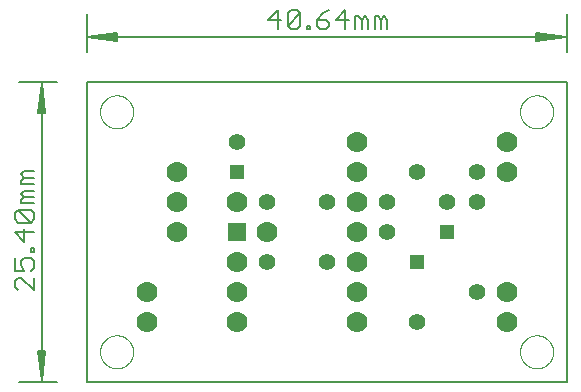
<source format=gtl>
G75*
%MOIN*%
%OFA0B0*%
%FSLAX25Y25*%
%IPPOS*%
%LPD*%
%AMOC8*
5,1,8,0,0,1.08239X$1,22.5*
%
%ADD10C,0.00000*%
%ADD11C,0.00500*%
%ADD12C,0.00512*%
%ADD13C,0.00600*%
%ADD14C,0.07000*%
%ADD15C,0.05543*%
%ADD16R,0.04756X0.04756*%
%ADD17R,0.06300X0.06300*%
%ADD18R,0.05150X0.05150*%
D10*
X0032083Y0016000D02*
X0032085Y0016148D01*
X0032091Y0016296D01*
X0032101Y0016444D01*
X0032115Y0016591D01*
X0032133Y0016738D01*
X0032154Y0016884D01*
X0032180Y0017030D01*
X0032210Y0017175D01*
X0032243Y0017319D01*
X0032281Y0017462D01*
X0032322Y0017604D01*
X0032367Y0017745D01*
X0032415Y0017885D01*
X0032468Y0018024D01*
X0032524Y0018161D01*
X0032584Y0018296D01*
X0032647Y0018430D01*
X0032714Y0018562D01*
X0032785Y0018692D01*
X0032859Y0018820D01*
X0032936Y0018946D01*
X0033017Y0019070D01*
X0033101Y0019192D01*
X0033188Y0019311D01*
X0033279Y0019428D01*
X0033373Y0019543D01*
X0033469Y0019655D01*
X0033569Y0019765D01*
X0033671Y0019871D01*
X0033777Y0019975D01*
X0033885Y0020076D01*
X0033996Y0020174D01*
X0034109Y0020270D01*
X0034225Y0020362D01*
X0034343Y0020451D01*
X0034464Y0020536D01*
X0034587Y0020619D01*
X0034712Y0020698D01*
X0034839Y0020774D01*
X0034968Y0020846D01*
X0035099Y0020915D01*
X0035232Y0020980D01*
X0035367Y0021041D01*
X0035503Y0021099D01*
X0035640Y0021154D01*
X0035779Y0021204D01*
X0035920Y0021251D01*
X0036061Y0021294D01*
X0036204Y0021334D01*
X0036348Y0021369D01*
X0036492Y0021401D01*
X0036638Y0021428D01*
X0036784Y0021452D01*
X0036931Y0021472D01*
X0037078Y0021488D01*
X0037225Y0021500D01*
X0037373Y0021508D01*
X0037521Y0021512D01*
X0037669Y0021512D01*
X0037817Y0021508D01*
X0037965Y0021500D01*
X0038112Y0021488D01*
X0038259Y0021472D01*
X0038406Y0021452D01*
X0038552Y0021428D01*
X0038698Y0021401D01*
X0038842Y0021369D01*
X0038986Y0021334D01*
X0039129Y0021294D01*
X0039270Y0021251D01*
X0039411Y0021204D01*
X0039550Y0021154D01*
X0039687Y0021099D01*
X0039823Y0021041D01*
X0039958Y0020980D01*
X0040091Y0020915D01*
X0040222Y0020846D01*
X0040351Y0020774D01*
X0040478Y0020698D01*
X0040603Y0020619D01*
X0040726Y0020536D01*
X0040847Y0020451D01*
X0040965Y0020362D01*
X0041081Y0020270D01*
X0041194Y0020174D01*
X0041305Y0020076D01*
X0041413Y0019975D01*
X0041519Y0019871D01*
X0041621Y0019765D01*
X0041721Y0019655D01*
X0041817Y0019543D01*
X0041911Y0019428D01*
X0042002Y0019311D01*
X0042089Y0019192D01*
X0042173Y0019070D01*
X0042254Y0018946D01*
X0042331Y0018820D01*
X0042405Y0018692D01*
X0042476Y0018562D01*
X0042543Y0018430D01*
X0042606Y0018296D01*
X0042666Y0018161D01*
X0042722Y0018024D01*
X0042775Y0017885D01*
X0042823Y0017745D01*
X0042868Y0017604D01*
X0042909Y0017462D01*
X0042947Y0017319D01*
X0042980Y0017175D01*
X0043010Y0017030D01*
X0043036Y0016884D01*
X0043057Y0016738D01*
X0043075Y0016591D01*
X0043089Y0016444D01*
X0043099Y0016296D01*
X0043105Y0016148D01*
X0043107Y0016000D01*
X0043105Y0015852D01*
X0043099Y0015704D01*
X0043089Y0015556D01*
X0043075Y0015409D01*
X0043057Y0015262D01*
X0043036Y0015116D01*
X0043010Y0014970D01*
X0042980Y0014825D01*
X0042947Y0014681D01*
X0042909Y0014538D01*
X0042868Y0014396D01*
X0042823Y0014255D01*
X0042775Y0014115D01*
X0042722Y0013976D01*
X0042666Y0013839D01*
X0042606Y0013704D01*
X0042543Y0013570D01*
X0042476Y0013438D01*
X0042405Y0013308D01*
X0042331Y0013180D01*
X0042254Y0013054D01*
X0042173Y0012930D01*
X0042089Y0012808D01*
X0042002Y0012689D01*
X0041911Y0012572D01*
X0041817Y0012457D01*
X0041721Y0012345D01*
X0041621Y0012235D01*
X0041519Y0012129D01*
X0041413Y0012025D01*
X0041305Y0011924D01*
X0041194Y0011826D01*
X0041081Y0011730D01*
X0040965Y0011638D01*
X0040847Y0011549D01*
X0040726Y0011464D01*
X0040603Y0011381D01*
X0040478Y0011302D01*
X0040351Y0011226D01*
X0040222Y0011154D01*
X0040091Y0011085D01*
X0039958Y0011020D01*
X0039823Y0010959D01*
X0039687Y0010901D01*
X0039550Y0010846D01*
X0039411Y0010796D01*
X0039270Y0010749D01*
X0039129Y0010706D01*
X0038986Y0010666D01*
X0038842Y0010631D01*
X0038698Y0010599D01*
X0038552Y0010572D01*
X0038406Y0010548D01*
X0038259Y0010528D01*
X0038112Y0010512D01*
X0037965Y0010500D01*
X0037817Y0010492D01*
X0037669Y0010488D01*
X0037521Y0010488D01*
X0037373Y0010492D01*
X0037225Y0010500D01*
X0037078Y0010512D01*
X0036931Y0010528D01*
X0036784Y0010548D01*
X0036638Y0010572D01*
X0036492Y0010599D01*
X0036348Y0010631D01*
X0036204Y0010666D01*
X0036061Y0010706D01*
X0035920Y0010749D01*
X0035779Y0010796D01*
X0035640Y0010846D01*
X0035503Y0010901D01*
X0035367Y0010959D01*
X0035232Y0011020D01*
X0035099Y0011085D01*
X0034968Y0011154D01*
X0034839Y0011226D01*
X0034712Y0011302D01*
X0034587Y0011381D01*
X0034464Y0011464D01*
X0034343Y0011549D01*
X0034225Y0011638D01*
X0034109Y0011730D01*
X0033996Y0011826D01*
X0033885Y0011924D01*
X0033777Y0012025D01*
X0033671Y0012129D01*
X0033569Y0012235D01*
X0033469Y0012345D01*
X0033373Y0012457D01*
X0033279Y0012572D01*
X0033188Y0012689D01*
X0033101Y0012808D01*
X0033017Y0012930D01*
X0032936Y0013054D01*
X0032859Y0013180D01*
X0032785Y0013308D01*
X0032714Y0013438D01*
X0032647Y0013570D01*
X0032584Y0013704D01*
X0032524Y0013839D01*
X0032468Y0013976D01*
X0032415Y0014115D01*
X0032367Y0014255D01*
X0032322Y0014396D01*
X0032281Y0014538D01*
X0032243Y0014681D01*
X0032210Y0014825D01*
X0032180Y0014970D01*
X0032154Y0015116D01*
X0032133Y0015262D01*
X0032115Y0015409D01*
X0032101Y0015556D01*
X0032091Y0015704D01*
X0032085Y0015852D01*
X0032083Y0016000D01*
X0032083Y0096000D02*
X0032085Y0096148D01*
X0032091Y0096296D01*
X0032101Y0096444D01*
X0032115Y0096591D01*
X0032133Y0096738D01*
X0032154Y0096884D01*
X0032180Y0097030D01*
X0032210Y0097175D01*
X0032243Y0097319D01*
X0032281Y0097462D01*
X0032322Y0097604D01*
X0032367Y0097745D01*
X0032415Y0097885D01*
X0032468Y0098024D01*
X0032524Y0098161D01*
X0032584Y0098296D01*
X0032647Y0098430D01*
X0032714Y0098562D01*
X0032785Y0098692D01*
X0032859Y0098820D01*
X0032936Y0098946D01*
X0033017Y0099070D01*
X0033101Y0099192D01*
X0033188Y0099311D01*
X0033279Y0099428D01*
X0033373Y0099543D01*
X0033469Y0099655D01*
X0033569Y0099765D01*
X0033671Y0099871D01*
X0033777Y0099975D01*
X0033885Y0100076D01*
X0033996Y0100174D01*
X0034109Y0100270D01*
X0034225Y0100362D01*
X0034343Y0100451D01*
X0034464Y0100536D01*
X0034587Y0100619D01*
X0034712Y0100698D01*
X0034839Y0100774D01*
X0034968Y0100846D01*
X0035099Y0100915D01*
X0035232Y0100980D01*
X0035367Y0101041D01*
X0035503Y0101099D01*
X0035640Y0101154D01*
X0035779Y0101204D01*
X0035920Y0101251D01*
X0036061Y0101294D01*
X0036204Y0101334D01*
X0036348Y0101369D01*
X0036492Y0101401D01*
X0036638Y0101428D01*
X0036784Y0101452D01*
X0036931Y0101472D01*
X0037078Y0101488D01*
X0037225Y0101500D01*
X0037373Y0101508D01*
X0037521Y0101512D01*
X0037669Y0101512D01*
X0037817Y0101508D01*
X0037965Y0101500D01*
X0038112Y0101488D01*
X0038259Y0101472D01*
X0038406Y0101452D01*
X0038552Y0101428D01*
X0038698Y0101401D01*
X0038842Y0101369D01*
X0038986Y0101334D01*
X0039129Y0101294D01*
X0039270Y0101251D01*
X0039411Y0101204D01*
X0039550Y0101154D01*
X0039687Y0101099D01*
X0039823Y0101041D01*
X0039958Y0100980D01*
X0040091Y0100915D01*
X0040222Y0100846D01*
X0040351Y0100774D01*
X0040478Y0100698D01*
X0040603Y0100619D01*
X0040726Y0100536D01*
X0040847Y0100451D01*
X0040965Y0100362D01*
X0041081Y0100270D01*
X0041194Y0100174D01*
X0041305Y0100076D01*
X0041413Y0099975D01*
X0041519Y0099871D01*
X0041621Y0099765D01*
X0041721Y0099655D01*
X0041817Y0099543D01*
X0041911Y0099428D01*
X0042002Y0099311D01*
X0042089Y0099192D01*
X0042173Y0099070D01*
X0042254Y0098946D01*
X0042331Y0098820D01*
X0042405Y0098692D01*
X0042476Y0098562D01*
X0042543Y0098430D01*
X0042606Y0098296D01*
X0042666Y0098161D01*
X0042722Y0098024D01*
X0042775Y0097885D01*
X0042823Y0097745D01*
X0042868Y0097604D01*
X0042909Y0097462D01*
X0042947Y0097319D01*
X0042980Y0097175D01*
X0043010Y0097030D01*
X0043036Y0096884D01*
X0043057Y0096738D01*
X0043075Y0096591D01*
X0043089Y0096444D01*
X0043099Y0096296D01*
X0043105Y0096148D01*
X0043107Y0096000D01*
X0043105Y0095852D01*
X0043099Y0095704D01*
X0043089Y0095556D01*
X0043075Y0095409D01*
X0043057Y0095262D01*
X0043036Y0095116D01*
X0043010Y0094970D01*
X0042980Y0094825D01*
X0042947Y0094681D01*
X0042909Y0094538D01*
X0042868Y0094396D01*
X0042823Y0094255D01*
X0042775Y0094115D01*
X0042722Y0093976D01*
X0042666Y0093839D01*
X0042606Y0093704D01*
X0042543Y0093570D01*
X0042476Y0093438D01*
X0042405Y0093308D01*
X0042331Y0093180D01*
X0042254Y0093054D01*
X0042173Y0092930D01*
X0042089Y0092808D01*
X0042002Y0092689D01*
X0041911Y0092572D01*
X0041817Y0092457D01*
X0041721Y0092345D01*
X0041621Y0092235D01*
X0041519Y0092129D01*
X0041413Y0092025D01*
X0041305Y0091924D01*
X0041194Y0091826D01*
X0041081Y0091730D01*
X0040965Y0091638D01*
X0040847Y0091549D01*
X0040726Y0091464D01*
X0040603Y0091381D01*
X0040478Y0091302D01*
X0040351Y0091226D01*
X0040222Y0091154D01*
X0040091Y0091085D01*
X0039958Y0091020D01*
X0039823Y0090959D01*
X0039687Y0090901D01*
X0039550Y0090846D01*
X0039411Y0090796D01*
X0039270Y0090749D01*
X0039129Y0090706D01*
X0038986Y0090666D01*
X0038842Y0090631D01*
X0038698Y0090599D01*
X0038552Y0090572D01*
X0038406Y0090548D01*
X0038259Y0090528D01*
X0038112Y0090512D01*
X0037965Y0090500D01*
X0037817Y0090492D01*
X0037669Y0090488D01*
X0037521Y0090488D01*
X0037373Y0090492D01*
X0037225Y0090500D01*
X0037078Y0090512D01*
X0036931Y0090528D01*
X0036784Y0090548D01*
X0036638Y0090572D01*
X0036492Y0090599D01*
X0036348Y0090631D01*
X0036204Y0090666D01*
X0036061Y0090706D01*
X0035920Y0090749D01*
X0035779Y0090796D01*
X0035640Y0090846D01*
X0035503Y0090901D01*
X0035367Y0090959D01*
X0035232Y0091020D01*
X0035099Y0091085D01*
X0034968Y0091154D01*
X0034839Y0091226D01*
X0034712Y0091302D01*
X0034587Y0091381D01*
X0034464Y0091464D01*
X0034343Y0091549D01*
X0034225Y0091638D01*
X0034109Y0091730D01*
X0033996Y0091826D01*
X0033885Y0091924D01*
X0033777Y0092025D01*
X0033671Y0092129D01*
X0033569Y0092235D01*
X0033469Y0092345D01*
X0033373Y0092457D01*
X0033279Y0092572D01*
X0033188Y0092689D01*
X0033101Y0092808D01*
X0033017Y0092930D01*
X0032936Y0093054D01*
X0032859Y0093180D01*
X0032785Y0093308D01*
X0032714Y0093438D01*
X0032647Y0093570D01*
X0032584Y0093704D01*
X0032524Y0093839D01*
X0032468Y0093976D01*
X0032415Y0094115D01*
X0032367Y0094255D01*
X0032322Y0094396D01*
X0032281Y0094538D01*
X0032243Y0094681D01*
X0032210Y0094825D01*
X0032180Y0094970D01*
X0032154Y0095116D01*
X0032133Y0095262D01*
X0032115Y0095409D01*
X0032101Y0095556D01*
X0032091Y0095704D01*
X0032085Y0095852D01*
X0032083Y0096000D01*
X0172083Y0096000D02*
X0172085Y0096148D01*
X0172091Y0096296D01*
X0172101Y0096444D01*
X0172115Y0096591D01*
X0172133Y0096738D01*
X0172154Y0096884D01*
X0172180Y0097030D01*
X0172210Y0097175D01*
X0172243Y0097319D01*
X0172281Y0097462D01*
X0172322Y0097604D01*
X0172367Y0097745D01*
X0172415Y0097885D01*
X0172468Y0098024D01*
X0172524Y0098161D01*
X0172584Y0098296D01*
X0172647Y0098430D01*
X0172714Y0098562D01*
X0172785Y0098692D01*
X0172859Y0098820D01*
X0172936Y0098946D01*
X0173017Y0099070D01*
X0173101Y0099192D01*
X0173188Y0099311D01*
X0173279Y0099428D01*
X0173373Y0099543D01*
X0173469Y0099655D01*
X0173569Y0099765D01*
X0173671Y0099871D01*
X0173777Y0099975D01*
X0173885Y0100076D01*
X0173996Y0100174D01*
X0174109Y0100270D01*
X0174225Y0100362D01*
X0174343Y0100451D01*
X0174464Y0100536D01*
X0174587Y0100619D01*
X0174712Y0100698D01*
X0174839Y0100774D01*
X0174968Y0100846D01*
X0175099Y0100915D01*
X0175232Y0100980D01*
X0175367Y0101041D01*
X0175503Y0101099D01*
X0175640Y0101154D01*
X0175779Y0101204D01*
X0175920Y0101251D01*
X0176061Y0101294D01*
X0176204Y0101334D01*
X0176348Y0101369D01*
X0176492Y0101401D01*
X0176638Y0101428D01*
X0176784Y0101452D01*
X0176931Y0101472D01*
X0177078Y0101488D01*
X0177225Y0101500D01*
X0177373Y0101508D01*
X0177521Y0101512D01*
X0177669Y0101512D01*
X0177817Y0101508D01*
X0177965Y0101500D01*
X0178112Y0101488D01*
X0178259Y0101472D01*
X0178406Y0101452D01*
X0178552Y0101428D01*
X0178698Y0101401D01*
X0178842Y0101369D01*
X0178986Y0101334D01*
X0179129Y0101294D01*
X0179270Y0101251D01*
X0179411Y0101204D01*
X0179550Y0101154D01*
X0179687Y0101099D01*
X0179823Y0101041D01*
X0179958Y0100980D01*
X0180091Y0100915D01*
X0180222Y0100846D01*
X0180351Y0100774D01*
X0180478Y0100698D01*
X0180603Y0100619D01*
X0180726Y0100536D01*
X0180847Y0100451D01*
X0180965Y0100362D01*
X0181081Y0100270D01*
X0181194Y0100174D01*
X0181305Y0100076D01*
X0181413Y0099975D01*
X0181519Y0099871D01*
X0181621Y0099765D01*
X0181721Y0099655D01*
X0181817Y0099543D01*
X0181911Y0099428D01*
X0182002Y0099311D01*
X0182089Y0099192D01*
X0182173Y0099070D01*
X0182254Y0098946D01*
X0182331Y0098820D01*
X0182405Y0098692D01*
X0182476Y0098562D01*
X0182543Y0098430D01*
X0182606Y0098296D01*
X0182666Y0098161D01*
X0182722Y0098024D01*
X0182775Y0097885D01*
X0182823Y0097745D01*
X0182868Y0097604D01*
X0182909Y0097462D01*
X0182947Y0097319D01*
X0182980Y0097175D01*
X0183010Y0097030D01*
X0183036Y0096884D01*
X0183057Y0096738D01*
X0183075Y0096591D01*
X0183089Y0096444D01*
X0183099Y0096296D01*
X0183105Y0096148D01*
X0183107Y0096000D01*
X0183105Y0095852D01*
X0183099Y0095704D01*
X0183089Y0095556D01*
X0183075Y0095409D01*
X0183057Y0095262D01*
X0183036Y0095116D01*
X0183010Y0094970D01*
X0182980Y0094825D01*
X0182947Y0094681D01*
X0182909Y0094538D01*
X0182868Y0094396D01*
X0182823Y0094255D01*
X0182775Y0094115D01*
X0182722Y0093976D01*
X0182666Y0093839D01*
X0182606Y0093704D01*
X0182543Y0093570D01*
X0182476Y0093438D01*
X0182405Y0093308D01*
X0182331Y0093180D01*
X0182254Y0093054D01*
X0182173Y0092930D01*
X0182089Y0092808D01*
X0182002Y0092689D01*
X0181911Y0092572D01*
X0181817Y0092457D01*
X0181721Y0092345D01*
X0181621Y0092235D01*
X0181519Y0092129D01*
X0181413Y0092025D01*
X0181305Y0091924D01*
X0181194Y0091826D01*
X0181081Y0091730D01*
X0180965Y0091638D01*
X0180847Y0091549D01*
X0180726Y0091464D01*
X0180603Y0091381D01*
X0180478Y0091302D01*
X0180351Y0091226D01*
X0180222Y0091154D01*
X0180091Y0091085D01*
X0179958Y0091020D01*
X0179823Y0090959D01*
X0179687Y0090901D01*
X0179550Y0090846D01*
X0179411Y0090796D01*
X0179270Y0090749D01*
X0179129Y0090706D01*
X0178986Y0090666D01*
X0178842Y0090631D01*
X0178698Y0090599D01*
X0178552Y0090572D01*
X0178406Y0090548D01*
X0178259Y0090528D01*
X0178112Y0090512D01*
X0177965Y0090500D01*
X0177817Y0090492D01*
X0177669Y0090488D01*
X0177521Y0090488D01*
X0177373Y0090492D01*
X0177225Y0090500D01*
X0177078Y0090512D01*
X0176931Y0090528D01*
X0176784Y0090548D01*
X0176638Y0090572D01*
X0176492Y0090599D01*
X0176348Y0090631D01*
X0176204Y0090666D01*
X0176061Y0090706D01*
X0175920Y0090749D01*
X0175779Y0090796D01*
X0175640Y0090846D01*
X0175503Y0090901D01*
X0175367Y0090959D01*
X0175232Y0091020D01*
X0175099Y0091085D01*
X0174968Y0091154D01*
X0174839Y0091226D01*
X0174712Y0091302D01*
X0174587Y0091381D01*
X0174464Y0091464D01*
X0174343Y0091549D01*
X0174225Y0091638D01*
X0174109Y0091730D01*
X0173996Y0091826D01*
X0173885Y0091924D01*
X0173777Y0092025D01*
X0173671Y0092129D01*
X0173569Y0092235D01*
X0173469Y0092345D01*
X0173373Y0092457D01*
X0173279Y0092572D01*
X0173188Y0092689D01*
X0173101Y0092808D01*
X0173017Y0092930D01*
X0172936Y0093054D01*
X0172859Y0093180D01*
X0172785Y0093308D01*
X0172714Y0093438D01*
X0172647Y0093570D01*
X0172584Y0093704D01*
X0172524Y0093839D01*
X0172468Y0093976D01*
X0172415Y0094115D01*
X0172367Y0094255D01*
X0172322Y0094396D01*
X0172281Y0094538D01*
X0172243Y0094681D01*
X0172210Y0094825D01*
X0172180Y0094970D01*
X0172154Y0095116D01*
X0172133Y0095262D01*
X0172115Y0095409D01*
X0172101Y0095556D01*
X0172091Y0095704D01*
X0172085Y0095852D01*
X0172083Y0096000D01*
X0172083Y0016000D02*
X0172085Y0016148D01*
X0172091Y0016296D01*
X0172101Y0016444D01*
X0172115Y0016591D01*
X0172133Y0016738D01*
X0172154Y0016884D01*
X0172180Y0017030D01*
X0172210Y0017175D01*
X0172243Y0017319D01*
X0172281Y0017462D01*
X0172322Y0017604D01*
X0172367Y0017745D01*
X0172415Y0017885D01*
X0172468Y0018024D01*
X0172524Y0018161D01*
X0172584Y0018296D01*
X0172647Y0018430D01*
X0172714Y0018562D01*
X0172785Y0018692D01*
X0172859Y0018820D01*
X0172936Y0018946D01*
X0173017Y0019070D01*
X0173101Y0019192D01*
X0173188Y0019311D01*
X0173279Y0019428D01*
X0173373Y0019543D01*
X0173469Y0019655D01*
X0173569Y0019765D01*
X0173671Y0019871D01*
X0173777Y0019975D01*
X0173885Y0020076D01*
X0173996Y0020174D01*
X0174109Y0020270D01*
X0174225Y0020362D01*
X0174343Y0020451D01*
X0174464Y0020536D01*
X0174587Y0020619D01*
X0174712Y0020698D01*
X0174839Y0020774D01*
X0174968Y0020846D01*
X0175099Y0020915D01*
X0175232Y0020980D01*
X0175367Y0021041D01*
X0175503Y0021099D01*
X0175640Y0021154D01*
X0175779Y0021204D01*
X0175920Y0021251D01*
X0176061Y0021294D01*
X0176204Y0021334D01*
X0176348Y0021369D01*
X0176492Y0021401D01*
X0176638Y0021428D01*
X0176784Y0021452D01*
X0176931Y0021472D01*
X0177078Y0021488D01*
X0177225Y0021500D01*
X0177373Y0021508D01*
X0177521Y0021512D01*
X0177669Y0021512D01*
X0177817Y0021508D01*
X0177965Y0021500D01*
X0178112Y0021488D01*
X0178259Y0021472D01*
X0178406Y0021452D01*
X0178552Y0021428D01*
X0178698Y0021401D01*
X0178842Y0021369D01*
X0178986Y0021334D01*
X0179129Y0021294D01*
X0179270Y0021251D01*
X0179411Y0021204D01*
X0179550Y0021154D01*
X0179687Y0021099D01*
X0179823Y0021041D01*
X0179958Y0020980D01*
X0180091Y0020915D01*
X0180222Y0020846D01*
X0180351Y0020774D01*
X0180478Y0020698D01*
X0180603Y0020619D01*
X0180726Y0020536D01*
X0180847Y0020451D01*
X0180965Y0020362D01*
X0181081Y0020270D01*
X0181194Y0020174D01*
X0181305Y0020076D01*
X0181413Y0019975D01*
X0181519Y0019871D01*
X0181621Y0019765D01*
X0181721Y0019655D01*
X0181817Y0019543D01*
X0181911Y0019428D01*
X0182002Y0019311D01*
X0182089Y0019192D01*
X0182173Y0019070D01*
X0182254Y0018946D01*
X0182331Y0018820D01*
X0182405Y0018692D01*
X0182476Y0018562D01*
X0182543Y0018430D01*
X0182606Y0018296D01*
X0182666Y0018161D01*
X0182722Y0018024D01*
X0182775Y0017885D01*
X0182823Y0017745D01*
X0182868Y0017604D01*
X0182909Y0017462D01*
X0182947Y0017319D01*
X0182980Y0017175D01*
X0183010Y0017030D01*
X0183036Y0016884D01*
X0183057Y0016738D01*
X0183075Y0016591D01*
X0183089Y0016444D01*
X0183099Y0016296D01*
X0183105Y0016148D01*
X0183107Y0016000D01*
X0183105Y0015852D01*
X0183099Y0015704D01*
X0183089Y0015556D01*
X0183075Y0015409D01*
X0183057Y0015262D01*
X0183036Y0015116D01*
X0183010Y0014970D01*
X0182980Y0014825D01*
X0182947Y0014681D01*
X0182909Y0014538D01*
X0182868Y0014396D01*
X0182823Y0014255D01*
X0182775Y0014115D01*
X0182722Y0013976D01*
X0182666Y0013839D01*
X0182606Y0013704D01*
X0182543Y0013570D01*
X0182476Y0013438D01*
X0182405Y0013308D01*
X0182331Y0013180D01*
X0182254Y0013054D01*
X0182173Y0012930D01*
X0182089Y0012808D01*
X0182002Y0012689D01*
X0181911Y0012572D01*
X0181817Y0012457D01*
X0181721Y0012345D01*
X0181621Y0012235D01*
X0181519Y0012129D01*
X0181413Y0012025D01*
X0181305Y0011924D01*
X0181194Y0011826D01*
X0181081Y0011730D01*
X0180965Y0011638D01*
X0180847Y0011549D01*
X0180726Y0011464D01*
X0180603Y0011381D01*
X0180478Y0011302D01*
X0180351Y0011226D01*
X0180222Y0011154D01*
X0180091Y0011085D01*
X0179958Y0011020D01*
X0179823Y0010959D01*
X0179687Y0010901D01*
X0179550Y0010846D01*
X0179411Y0010796D01*
X0179270Y0010749D01*
X0179129Y0010706D01*
X0178986Y0010666D01*
X0178842Y0010631D01*
X0178698Y0010599D01*
X0178552Y0010572D01*
X0178406Y0010548D01*
X0178259Y0010528D01*
X0178112Y0010512D01*
X0177965Y0010500D01*
X0177817Y0010492D01*
X0177669Y0010488D01*
X0177521Y0010488D01*
X0177373Y0010492D01*
X0177225Y0010500D01*
X0177078Y0010512D01*
X0176931Y0010528D01*
X0176784Y0010548D01*
X0176638Y0010572D01*
X0176492Y0010599D01*
X0176348Y0010631D01*
X0176204Y0010666D01*
X0176061Y0010706D01*
X0175920Y0010749D01*
X0175779Y0010796D01*
X0175640Y0010846D01*
X0175503Y0010901D01*
X0175367Y0010959D01*
X0175232Y0011020D01*
X0175099Y0011085D01*
X0174968Y0011154D01*
X0174839Y0011226D01*
X0174712Y0011302D01*
X0174587Y0011381D01*
X0174464Y0011464D01*
X0174343Y0011549D01*
X0174225Y0011638D01*
X0174109Y0011730D01*
X0173996Y0011826D01*
X0173885Y0011924D01*
X0173777Y0012025D01*
X0173671Y0012129D01*
X0173569Y0012235D01*
X0173469Y0012345D01*
X0173373Y0012457D01*
X0173279Y0012572D01*
X0173188Y0012689D01*
X0173101Y0012808D01*
X0173017Y0012930D01*
X0172936Y0013054D01*
X0172859Y0013180D01*
X0172785Y0013308D01*
X0172714Y0013438D01*
X0172647Y0013570D01*
X0172584Y0013704D01*
X0172524Y0013839D01*
X0172468Y0013976D01*
X0172415Y0014115D01*
X0172367Y0014255D01*
X0172322Y0014396D01*
X0172281Y0014538D01*
X0172243Y0014681D01*
X0172210Y0014825D01*
X0172180Y0014970D01*
X0172154Y0015116D01*
X0172133Y0015262D01*
X0172115Y0015409D01*
X0172101Y0015556D01*
X0172091Y0015704D01*
X0172085Y0015852D01*
X0172083Y0016000D01*
D11*
X0187595Y0006000D02*
X0187595Y0106000D01*
X0027595Y0106000D01*
X0027595Y0006000D01*
X0187595Y0006000D01*
D12*
X0017595Y0006000D02*
X0004918Y0006000D01*
X0012595Y0006256D02*
X0013619Y0016236D01*
X0013852Y0016236D02*
X0012595Y0006256D01*
X0011572Y0016236D01*
X0011338Y0016236D02*
X0013852Y0016236D01*
X0013107Y0016236D02*
X0012595Y0006256D01*
X0012083Y0016236D01*
X0011338Y0016236D02*
X0012595Y0006256D01*
X0012595Y0105744D01*
X0013619Y0095764D01*
X0013852Y0095764D02*
X0012595Y0105744D01*
X0011572Y0095764D01*
X0011338Y0095764D02*
X0013852Y0095764D01*
X0013107Y0095764D02*
X0012595Y0105744D01*
X0012083Y0095764D01*
X0011338Y0095764D02*
X0012595Y0105744D01*
X0017595Y0106000D02*
X0004918Y0106000D01*
X0027595Y0116000D02*
X0027595Y0128677D01*
X0027851Y0121000D02*
X0037831Y0119976D01*
X0037831Y0119743D02*
X0027851Y0121000D01*
X0037831Y0122024D01*
X0037831Y0122257D02*
X0037831Y0119743D01*
X0037831Y0120488D02*
X0027851Y0121000D01*
X0037831Y0121512D01*
X0037831Y0122257D02*
X0027851Y0121000D01*
X0187339Y0121000D01*
X0177359Y0119976D01*
X0177359Y0119743D02*
X0187339Y0121000D01*
X0177359Y0122024D01*
X0177359Y0122257D02*
X0177359Y0119743D01*
X0177359Y0120488D02*
X0187339Y0121000D01*
X0177359Y0121512D01*
X0177359Y0122257D02*
X0187339Y0121000D01*
X0187595Y0116000D02*
X0187595Y0128677D01*
D13*
X0127821Y0126765D02*
X0127821Y0123562D01*
X0125686Y0123562D02*
X0125686Y0126765D01*
X0126754Y0127832D01*
X0127821Y0126765D01*
X0125686Y0126765D02*
X0124618Y0127832D01*
X0123551Y0127832D01*
X0123551Y0123562D01*
X0121376Y0123562D02*
X0121376Y0126765D01*
X0120308Y0127832D01*
X0119241Y0126765D01*
X0119241Y0123562D01*
X0117105Y0123562D02*
X0117105Y0127832D01*
X0118173Y0127832D01*
X0119241Y0126765D01*
X0114930Y0126765D02*
X0110660Y0126765D01*
X0113863Y0129967D01*
X0113863Y0123562D01*
X0108485Y0124629D02*
X0108485Y0125697D01*
X0107417Y0126765D01*
X0104214Y0126765D01*
X0104214Y0124629D01*
X0105282Y0123562D01*
X0107417Y0123562D01*
X0108485Y0124629D01*
X0106350Y0128900D02*
X0104214Y0126765D01*
X0102059Y0124629D02*
X0102059Y0123562D01*
X0100992Y0123562D01*
X0100992Y0124629D01*
X0102059Y0124629D01*
X0098816Y0124629D02*
X0097749Y0123562D01*
X0095614Y0123562D01*
X0094546Y0124629D01*
X0098816Y0128900D01*
X0098816Y0124629D01*
X0094546Y0124629D02*
X0094546Y0128900D01*
X0095614Y0129967D01*
X0097749Y0129967D01*
X0098816Y0128900D01*
X0092371Y0126765D02*
X0088101Y0126765D01*
X0091303Y0129967D01*
X0091303Y0123562D01*
X0106350Y0128900D02*
X0108485Y0129967D01*
X0010033Y0076226D02*
X0006831Y0076226D01*
X0005763Y0075158D01*
X0006831Y0074091D01*
X0010033Y0074091D01*
X0010033Y0071956D02*
X0005763Y0071956D01*
X0005763Y0073023D01*
X0006831Y0074091D01*
X0006831Y0069781D02*
X0010033Y0069781D01*
X0010033Y0067645D02*
X0006831Y0067645D01*
X0005763Y0068713D01*
X0006831Y0069781D01*
X0006831Y0067645D02*
X0005763Y0066578D01*
X0005763Y0065510D01*
X0010033Y0065510D01*
X0008966Y0063335D02*
X0010033Y0062267D01*
X0010033Y0060132D01*
X0008966Y0059065D01*
X0004695Y0063335D01*
X0008966Y0063335D01*
X0004695Y0063335D02*
X0003628Y0062267D01*
X0003628Y0060132D01*
X0004695Y0059065D01*
X0008966Y0059065D01*
X0006831Y0056890D02*
X0006831Y0052619D01*
X0003628Y0055822D01*
X0010033Y0055822D01*
X0010033Y0050464D02*
X0008966Y0050464D01*
X0008966Y0049396D01*
X0010033Y0049396D01*
X0010033Y0050464D01*
X0008966Y0047221D02*
X0006831Y0047221D01*
X0005763Y0046154D01*
X0005763Y0045086D01*
X0006831Y0042951D01*
X0003628Y0042951D01*
X0003628Y0047221D01*
X0008966Y0047221D02*
X0010033Y0046154D01*
X0010033Y0044019D01*
X0008966Y0042951D01*
X0010033Y0040776D02*
X0010033Y0036505D01*
X0005763Y0040776D01*
X0004695Y0040776D01*
X0003628Y0039708D01*
X0003628Y0037573D01*
X0004695Y0036505D01*
D14*
X0047595Y0036000D03*
X0047595Y0026000D03*
X0077595Y0026000D03*
X0077595Y0036000D03*
X0077595Y0046000D03*
X0087595Y0056000D03*
X0077595Y0066000D03*
X0057595Y0066000D03*
X0057595Y0076000D03*
X0057595Y0056000D03*
X0117595Y0056000D03*
X0117595Y0046000D03*
X0117595Y0036000D03*
X0117595Y0026000D03*
X0167595Y0026000D03*
X0167595Y0036000D03*
X0117595Y0066000D03*
X0117595Y0076000D03*
X0117595Y0086000D03*
X0167595Y0086000D03*
X0167595Y0076000D03*
D15*
X0157595Y0076000D03*
X0157595Y0066000D03*
X0147595Y0066000D03*
X0137595Y0076000D03*
X0127595Y0066000D03*
X0127595Y0056000D03*
X0107595Y0046000D03*
X0087595Y0046000D03*
X0087595Y0066000D03*
X0107595Y0066000D03*
X0077595Y0086000D03*
X0157595Y0036000D03*
X0137595Y0026000D03*
D16*
X0137595Y0046000D03*
X0077595Y0076000D03*
D17*
X0077595Y0056000D03*
D18*
X0147595Y0056000D03*
M02*

</source>
